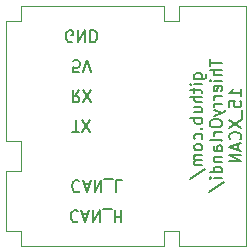
<source format=gbr>
%TF.GenerationSoftware,KiCad,Pcbnew,(5.1.9)-1*%
%TF.CreationDate,2021-05-27T15:02:39+02:00*%
%TF.ProjectId,15_XCAN,31355f58-4341-44e2-9e6b-696361645f70,rev?*%
%TF.SameCoordinates,Original*%
%TF.FileFunction,Legend,Bot*%
%TF.FilePolarity,Positive*%
%FSLAX46Y46*%
G04 Gerber Fmt 4.6, Leading zero omitted, Abs format (unit mm)*
G04 Created by KiCad (PCBNEW (5.1.9)-1) date 2021-05-27 15:02:39*
%MOMM*%
%LPD*%
G01*
G04 APERTURE LIST*
%ADD10C,0.150000*%
%TA.AperFunction,Profile*%
%ADD11C,0.050000*%
%TD*%
G04 APERTURE END LIST*
D10*
X106513333Y-68127619D02*
X106180000Y-68603809D01*
X105941904Y-68127619D02*
X105941904Y-69127619D01*
X106322857Y-69127619D01*
X106418095Y-69080000D01*
X106465714Y-69032380D01*
X106513333Y-68937142D01*
X106513333Y-68794285D01*
X106465714Y-68699047D01*
X106418095Y-68651428D01*
X106322857Y-68603809D01*
X105941904Y-68603809D01*
X106846666Y-69127619D02*
X107513333Y-68127619D01*
X107513333Y-69127619D02*
X106846666Y-68127619D01*
X106402380Y-78382857D02*
X106354761Y-78335238D01*
X106211904Y-78287619D01*
X106116666Y-78287619D01*
X105973809Y-78335238D01*
X105878571Y-78430476D01*
X105830952Y-78525714D01*
X105783333Y-78716190D01*
X105783333Y-78859047D01*
X105830952Y-79049523D01*
X105878571Y-79144761D01*
X105973809Y-79240000D01*
X106116666Y-79287619D01*
X106211904Y-79287619D01*
X106354761Y-79240000D01*
X106402380Y-79192380D01*
X106783333Y-78573333D02*
X107259523Y-78573333D01*
X106688095Y-78287619D02*
X107021428Y-79287619D01*
X107354761Y-78287619D01*
X107688095Y-78287619D02*
X107688095Y-79287619D01*
X108259523Y-78287619D01*
X108259523Y-79287619D01*
X108497619Y-78192380D02*
X109259523Y-78192380D01*
X109497619Y-78287619D02*
X109497619Y-79287619D01*
X109497619Y-78811428D02*
X110069047Y-78811428D01*
X110069047Y-78287619D02*
X110069047Y-79287619D01*
X106521428Y-75842857D02*
X106473809Y-75795238D01*
X106330952Y-75747619D01*
X106235714Y-75747619D01*
X106092857Y-75795238D01*
X105997619Y-75890476D01*
X105950000Y-75985714D01*
X105902380Y-76176190D01*
X105902380Y-76319047D01*
X105950000Y-76509523D01*
X105997619Y-76604761D01*
X106092857Y-76700000D01*
X106235714Y-76747619D01*
X106330952Y-76747619D01*
X106473809Y-76700000D01*
X106521428Y-76652380D01*
X106902380Y-76033333D02*
X107378571Y-76033333D01*
X106807142Y-75747619D02*
X107140476Y-76747619D01*
X107473809Y-75747619D01*
X107807142Y-75747619D02*
X107807142Y-76747619D01*
X108378571Y-75747619D01*
X108378571Y-76747619D01*
X108616666Y-75652380D02*
X109378571Y-75652380D01*
X110092857Y-75747619D02*
X109616666Y-75747619D01*
X109616666Y-76747619D01*
X105918095Y-71667619D02*
X106489523Y-71667619D01*
X106203809Y-70667619D02*
X106203809Y-71667619D01*
X106727619Y-71667619D02*
X107394285Y-70667619D01*
X107394285Y-71667619D02*
X106727619Y-70667619D01*
X106489523Y-66587619D02*
X106013333Y-66587619D01*
X105965714Y-66111428D01*
X106013333Y-66159047D01*
X106108571Y-66206666D01*
X106346666Y-66206666D01*
X106441904Y-66159047D01*
X106489523Y-66111428D01*
X106537142Y-66016190D01*
X106537142Y-65778095D01*
X106489523Y-65682857D01*
X106441904Y-65635238D01*
X106346666Y-65587619D01*
X106108571Y-65587619D01*
X106013333Y-65635238D01*
X105965714Y-65682857D01*
X106822857Y-66587619D02*
X107156190Y-65587619D01*
X107489523Y-66587619D01*
X105918095Y-64000000D02*
X105822857Y-64047619D01*
X105680000Y-64047619D01*
X105537142Y-64000000D01*
X105441904Y-63904761D01*
X105394285Y-63809523D01*
X105346666Y-63619047D01*
X105346666Y-63476190D01*
X105394285Y-63285714D01*
X105441904Y-63190476D01*
X105537142Y-63095238D01*
X105680000Y-63047619D01*
X105775238Y-63047619D01*
X105918095Y-63095238D01*
X105965714Y-63142857D01*
X105965714Y-63476190D01*
X105775238Y-63476190D01*
X106394285Y-63047619D02*
X106394285Y-64047619D01*
X106965714Y-63047619D01*
X106965714Y-64047619D01*
X107441904Y-63047619D02*
X107441904Y-64047619D01*
X107680000Y-64047619D01*
X107822857Y-64000000D01*
X107918095Y-63904761D01*
X107965714Y-63809523D01*
X108013333Y-63619047D01*
X108013333Y-63476190D01*
X107965714Y-63285714D01*
X107918095Y-63190476D01*
X107822857Y-63095238D01*
X107680000Y-63047619D01*
X107441904Y-63047619D01*
D11*
X114935000Y-60960000D02*
X120650000Y-60960000D01*
X114935000Y-62230000D02*
X114935000Y-60960000D01*
X113665000Y-62230000D02*
X114935000Y-62230000D01*
X113665000Y-60960000D02*
X113665000Y-62230000D01*
X114935000Y-81280000D02*
X120650000Y-81280000D01*
X114935000Y-80010000D02*
X114935000Y-81280000D01*
X113665000Y-80010000D02*
X114935000Y-80010000D01*
X113665000Y-81280000D02*
X113665000Y-80010000D01*
X101600000Y-62230000D02*
X101600000Y-60960000D01*
X100330000Y-62230000D02*
X101600000Y-62230000D01*
X100330000Y-64770000D02*
X100330000Y-62230000D01*
X100330000Y-72390000D02*
X100330000Y-67310000D01*
X101600000Y-72390000D02*
X100330000Y-72390000D01*
X101600000Y-74930000D02*
X101600000Y-72390000D01*
X100330000Y-74930000D02*
X101600000Y-74930000D01*
X120650000Y-60960000D02*
X120650000Y-81280000D01*
X101600000Y-60960000D02*
X113665000Y-60960000D01*
X101600000Y-80010000D02*
X101600000Y-81280000D01*
X100330000Y-80010000D02*
X101600000Y-80010000D01*
X100330000Y-64770000D02*
X100330000Y-67310000D01*
D10*
X116245714Y-67143809D02*
X117055238Y-67143809D01*
X117150476Y-67096190D01*
X117198095Y-67048571D01*
X117245714Y-66953333D01*
X117245714Y-66810476D01*
X117198095Y-66715238D01*
X116864761Y-67143809D02*
X116912380Y-67048571D01*
X116912380Y-66858095D01*
X116864761Y-66762857D01*
X116817142Y-66715238D01*
X116721904Y-66667619D01*
X116436190Y-66667619D01*
X116340952Y-66715238D01*
X116293333Y-66762857D01*
X116245714Y-66858095D01*
X116245714Y-67048571D01*
X116293333Y-67143809D01*
X116912380Y-67620000D02*
X116245714Y-67620000D01*
X115912380Y-67620000D02*
X115960000Y-67572380D01*
X116007619Y-67620000D01*
X115960000Y-67667619D01*
X115912380Y-67620000D01*
X116007619Y-67620000D01*
X116245714Y-67953333D02*
X116245714Y-68334285D01*
X115912380Y-68096190D02*
X116769523Y-68096190D01*
X116864761Y-68143809D01*
X116912380Y-68239047D01*
X116912380Y-68334285D01*
X116912380Y-68667619D02*
X115912380Y-68667619D01*
X116912380Y-69096190D02*
X116388571Y-69096190D01*
X116293333Y-69048571D01*
X116245714Y-68953333D01*
X116245714Y-68810476D01*
X116293333Y-68715238D01*
X116340952Y-68667619D01*
X116245714Y-70000952D02*
X116912380Y-70000952D01*
X116245714Y-69572380D02*
X116769523Y-69572380D01*
X116864761Y-69620000D01*
X116912380Y-69715238D01*
X116912380Y-69858095D01*
X116864761Y-69953333D01*
X116817142Y-70000952D01*
X116912380Y-70477142D02*
X115912380Y-70477142D01*
X116293333Y-70477142D02*
X116245714Y-70572380D01*
X116245714Y-70762857D01*
X116293333Y-70858095D01*
X116340952Y-70905714D01*
X116436190Y-70953333D01*
X116721904Y-70953333D01*
X116817142Y-70905714D01*
X116864761Y-70858095D01*
X116912380Y-70762857D01*
X116912380Y-70572380D01*
X116864761Y-70477142D01*
X116817142Y-71381904D02*
X116864761Y-71429523D01*
X116912380Y-71381904D01*
X116864761Y-71334285D01*
X116817142Y-71381904D01*
X116912380Y-71381904D01*
X116864761Y-72286666D02*
X116912380Y-72191428D01*
X116912380Y-72000952D01*
X116864761Y-71905714D01*
X116817142Y-71858095D01*
X116721904Y-71810476D01*
X116436190Y-71810476D01*
X116340952Y-71858095D01*
X116293333Y-71905714D01*
X116245714Y-72000952D01*
X116245714Y-72191428D01*
X116293333Y-72286666D01*
X116912380Y-72858095D02*
X116864761Y-72762857D01*
X116817142Y-72715238D01*
X116721904Y-72667619D01*
X116436190Y-72667619D01*
X116340952Y-72715238D01*
X116293333Y-72762857D01*
X116245714Y-72858095D01*
X116245714Y-73000952D01*
X116293333Y-73096190D01*
X116340952Y-73143809D01*
X116436190Y-73191428D01*
X116721904Y-73191428D01*
X116817142Y-73143809D01*
X116864761Y-73096190D01*
X116912380Y-73000952D01*
X116912380Y-72858095D01*
X116912380Y-73620000D02*
X116245714Y-73620000D01*
X116340952Y-73620000D02*
X116293333Y-73667619D01*
X116245714Y-73762857D01*
X116245714Y-73905714D01*
X116293333Y-74000952D01*
X116388571Y-74048571D01*
X116912380Y-74048571D01*
X116388571Y-74048571D02*
X116293333Y-74096190D01*
X116245714Y-74191428D01*
X116245714Y-74334285D01*
X116293333Y-74429523D01*
X116388571Y-74477142D01*
X116912380Y-74477142D01*
X115864761Y-75667619D02*
X117150476Y-74810476D01*
X117562380Y-65500952D02*
X117562380Y-66072380D01*
X118562380Y-65786666D02*
X117562380Y-65786666D01*
X118562380Y-66405714D02*
X117562380Y-66405714D01*
X118562380Y-66834285D02*
X118038571Y-66834285D01*
X117943333Y-66786666D01*
X117895714Y-66691428D01*
X117895714Y-66548571D01*
X117943333Y-66453333D01*
X117990952Y-66405714D01*
X118562380Y-67310476D02*
X117895714Y-67310476D01*
X117562380Y-67310476D02*
X117610000Y-67262857D01*
X117657619Y-67310476D01*
X117610000Y-67358095D01*
X117562380Y-67310476D01*
X117657619Y-67310476D01*
X118514761Y-68167619D02*
X118562380Y-68072380D01*
X118562380Y-67881904D01*
X118514761Y-67786666D01*
X118419523Y-67739047D01*
X118038571Y-67739047D01*
X117943333Y-67786666D01*
X117895714Y-67881904D01*
X117895714Y-68072380D01*
X117943333Y-68167619D01*
X118038571Y-68215238D01*
X118133809Y-68215238D01*
X118229047Y-67739047D01*
X118562380Y-68643809D02*
X117895714Y-68643809D01*
X118086190Y-68643809D02*
X117990952Y-68691428D01*
X117943333Y-68739047D01*
X117895714Y-68834285D01*
X117895714Y-68929523D01*
X118562380Y-69262857D02*
X117895714Y-69262857D01*
X118086190Y-69262857D02*
X117990952Y-69310476D01*
X117943333Y-69358095D01*
X117895714Y-69453333D01*
X117895714Y-69548571D01*
X117895714Y-69786666D02*
X118562380Y-70024761D01*
X117895714Y-70262857D02*
X118562380Y-70024761D01*
X118800476Y-69929523D01*
X118848095Y-69881904D01*
X118895714Y-69786666D01*
X117562380Y-70834285D02*
X117562380Y-71024761D01*
X117610000Y-71120000D01*
X117705238Y-71215238D01*
X117895714Y-71262857D01*
X118229047Y-71262857D01*
X118419523Y-71215238D01*
X118514761Y-71120000D01*
X118562380Y-71024761D01*
X118562380Y-70834285D01*
X118514761Y-70739047D01*
X118419523Y-70643809D01*
X118229047Y-70596190D01*
X117895714Y-70596190D01*
X117705238Y-70643809D01*
X117610000Y-70739047D01*
X117562380Y-70834285D01*
X118562380Y-71691428D02*
X117895714Y-71691428D01*
X118086190Y-71691428D02*
X117990952Y-71739047D01*
X117943333Y-71786666D01*
X117895714Y-71881904D01*
X117895714Y-71977142D01*
X118562380Y-72453333D02*
X118514761Y-72358095D01*
X118419523Y-72310476D01*
X117562380Y-72310476D01*
X118562380Y-73262857D02*
X118038571Y-73262857D01*
X117943333Y-73215238D01*
X117895714Y-73120000D01*
X117895714Y-72929523D01*
X117943333Y-72834285D01*
X118514761Y-73262857D02*
X118562380Y-73167619D01*
X118562380Y-72929523D01*
X118514761Y-72834285D01*
X118419523Y-72786666D01*
X118324285Y-72786666D01*
X118229047Y-72834285D01*
X118181428Y-72929523D01*
X118181428Y-73167619D01*
X118133809Y-73262857D01*
X117895714Y-73739047D02*
X118562380Y-73739047D01*
X117990952Y-73739047D02*
X117943333Y-73786666D01*
X117895714Y-73881904D01*
X117895714Y-74024761D01*
X117943333Y-74120000D01*
X118038571Y-74167619D01*
X118562380Y-74167619D01*
X118562380Y-75072380D02*
X117562380Y-75072380D01*
X118514761Y-75072380D02*
X118562380Y-74977142D01*
X118562380Y-74786666D01*
X118514761Y-74691428D01*
X118467142Y-74643809D01*
X118371904Y-74596190D01*
X118086190Y-74596190D01*
X117990952Y-74643809D01*
X117943333Y-74691428D01*
X117895714Y-74786666D01*
X117895714Y-74977142D01*
X117943333Y-75072380D01*
X118562380Y-75548571D02*
X117895714Y-75548571D01*
X117562380Y-75548571D02*
X117610000Y-75500952D01*
X117657619Y-75548571D01*
X117610000Y-75596190D01*
X117562380Y-75548571D01*
X117657619Y-75548571D01*
X117514761Y-76739047D02*
X118800476Y-75881904D01*
X120212380Y-68620000D02*
X120212380Y-68048571D01*
X120212380Y-68334285D02*
X119212380Y-68334285D01*
X119355238Y-68239047D01*
X119450476Y-68143809D01*
X119498095Y-68048571D01*
X119212380Y-69524761D02*
X119212380Y-69048571D01*
X119688571Y-69000952D01*
X119640952Y-69048571D01*
X119593333Y-69143809D01*
X119593333Y-69381904D01*
X119640952Y-69477142D01*
X119688571Y-69524761D01*
X119783809Y-69572380D01*
X120021904Y-69572380D01*
X120117142Y-69524761D01*
X120164761Y-69477142D01*
X120212380Y-69381904D01*
X120212380Y-69143809D01*
X120164761Y-69048571D01*
X120117142Y-69000952D01*
X120307619Y-69762857D02*
X120307619Y-70524761D01*
X119212380Y-70667619D02*
X120212380Y-71334285D01*
X119212380Y-71334285D02*
X120212380Y-70667619D01*
X120117142Y-72286666D02*
X120164761Y-72239047D01*
X120212380Y-72096190D01*
X120212380Y-72000952D01*
X120164761Y-71858095D01*
X120069523Y-71762857D01*
X119974285Y-71715238D01*
X119783809Y-71667619D01*
X119640952Y-71667619D01*
X119450476Y-71715238D01*
X119355238Y-71762857D01*
X119260000Y-71858095D01*
X119212380Y-72000952D01*
X119212380Y-72096190D01*
X119260000Y-72239047D01*
X119307619Y-72286666D01*
X119926666Y-72667619D02*
X119926666Y-73143809D01*
X120212380Y-72572380D02*
X119212380Y-72905714D01*
X120212380Y-73239047D01*
X120212380Y-73572380D02*
X119212380Y-73572380D01*
X120212380Y-74143809D01*
X119212380Y-74143809D01*
D11*
X113665000Y-81280000D02*
X101600000Y-81280000D01*
X100330000Y-80010000D02*
X100330000Y-74930000D01*
M02*

</source>
